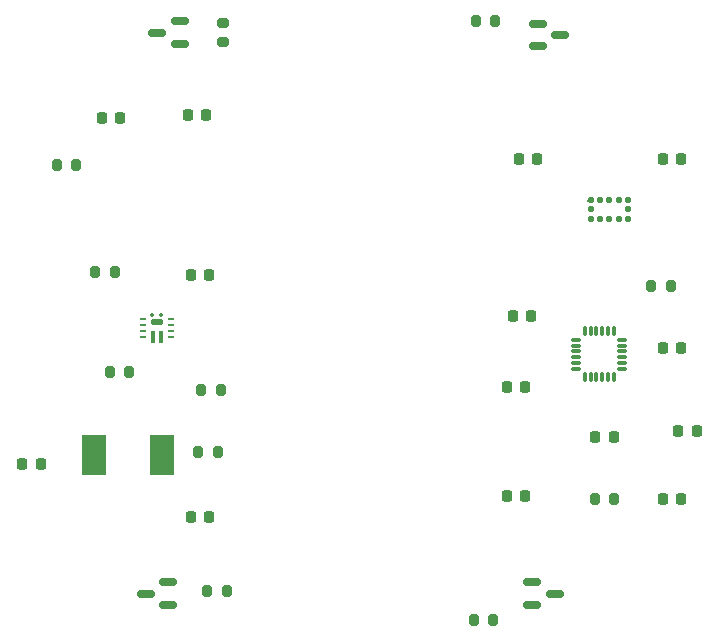
<source format=gbr>
%TF.GenerationSoftware,KiCad,Pcbnew,9.0.0*%
%TF.CreationDate,2025-10-30T20:26:06-05:00*%
%TF.ProjectId,kicad_proj1st,6b696361-645f-4707-926f-6a3173742e6b,rev?*%
%TF.SameCoordinates,Original*%
%TF.FileFunction,Paste,Top*%
%TF.FilePolarity,Positive*%
%FSLAX46Y46*%
G04 Gerber Fmt 4.6, Leading zero omitted, Abs format (unit mm)*
G04 Created by KiCad (PCBNEW 9.0.0) date 2025-10-30 20:26:06*
%MOMM*%
%LPD*%
G01*
G04 APERTURE LIST*
G04 Aperture macros list*
%AMRoundRect*
0 Rectangle with rounded corners*
0 $1 Rounding radius*
0 $2 $3 $4 $5 $6 $7 $8 $9 X,Y pos of 4 corners*
0 Add a 4 corners polygon primitive as box body*
4,1,4,$2,$3,$4,$5,$6,$7,$8,$9,$2,$3,0*
0 Add four circle primitives for the rounded corners*
1,1,$1+$1,$2,$3*
1,1,$1+$1,$4,$5*
1,1,$1+$1,$6,$7*
1,1,$1+$1,$8,$9*
0 Add four rect primitives between the rounded corners*
20,1,$1+$1,$2,$3,$4,$5,0*
20,1,$1+$1,$4,$5,$6,$7,0*
20,1,$1+$1,$6,$7,$8,$9,0*
20,1,$1+$1,$8,$9,$2,$3,0*%
G04 Aperture macros list end*
%ADD10RoundRect,0.200000X0.200000X0.275000X-0.200000X0.275000X-0.200000X-0.275000X0.200000X-0.275000X0*%
%ADD11RoundRect,0.150000X-0.587500X-0.150000X0.587500X-0.150000X0.587500X0.150000X-0.587500X0.150000X0*%
%ADD12RoundRect,0.025000X-0.100000X-0.115000X0.100000X-0.115000X0.100000X0.115000X-0.100000X0.115000X0*%
%ADD13RoundRect,0.035000X-0.140000X-0.425000X0.140000X-0.425000X0.140000X0.425000X-0.140000X0.425000X0*%
%ADD14RoundRect,0.052000X-0.448000X-0.208000X0.448000X-0.208000X0.448000X0.208000X-0.448000X0.208000X0*%
%ADD15RoundRect,0.062500X-0.212500X-0.062500X0.212500X-0.062500X0.212500X0.062500X-0.212500X0.062500X0*%
%ADD16RoundRect,0.062500X0.212500X0.062500X-0.212500X0.062500X-0.212500X-0.062500X0.212500X-0.062500X0*%
%ADD17RoundRect,0.075000X-0.350000X-0.075000X0.350000X-0.075000X0.350000X0.075000X-0.350000X0.075000X0*%
%ADD18RoundRect,0.075000X0.075000X-0.350000X0.075000X0.350000X-0.075000X0.350000X-0.075000X-0.350000X0*%
%ADD19RoundRect,0.200000X-0.200000X-0.275000X0.200000X-0.275000X0.200000X0.275000X-0.200000X0.275000X0*%
%ADD20RoundRect,0.225000X-0.225000X-0.250000X0.225000X-0.250000X0.225000X0.250000X-0.225000X0.250000X0*%
%ADD21RoundRect,0.200000X0.275000X-0.200000X0.275000X0.200000X-0.275000X0.200000X-0.275000X-0.200000X0*%
%ADD22RoundRect,0.150000X0.587500X0.150000X-0.587500X0.150000X-0.587500X-0.150000X0.587500X-0.150000X0*%
%ADD23RoundRect,0.062500X-0.127500X-0.062500X0.127500X-0.062500X0.127500X0.062500X-0.127500X0.062500X0*%
%ADD24RoundRect,0.125000X-0.125000X-0.125000X0.125000X-0.125000X0.125000X0.125000X-0.125000X0.125000X0*%
%ADD25R,2.000000X3.400000*%
G04 APERTURE END LIST*
D10*
%TO.C,R4*%
X69750000Y-91750000D03*
X68100000Y-91750000D03*
%TD*%
D11*
%TO.C,Q3*%
X95625000Y-91050000D03*
X95625000Y-92950000D03*
X97500000Y-92000000D03*
%TD*%
D10*
%TO.C,R10*%
X61500000Y-73250000D03*
X59850000Y-73250000D03*
%TD*%
D12*
%TO.C,U3*%
X63450000Y-68440000D03*
D13*
X63475000Y-70240000D03*
D14*
X63825000Y-69040000D03*
D13*
X64175000Y-70240000D03*
D12*
X64200000Y-68440000D03*
D15*
X62650000Y-68750000D03*
X62650000Y-69250000D03*
X62650000Y-69750000D03*
X62650000Y-70250000D03*
D16*
X65000000Y-70250000D03*
X65000000Y-69750000D03*
X65000000Y-69250000D03*
X65000000Y-68750000D03*
%TD*%
D17*
%TO.C,U1*%
X99350000Y-70500000D03*
X99350000Y-71000000D03*
X99350000Y-71500000D03*
X99350000Y-72000000D03*
X99350000Y-72500000D03*
X99350000Y-73000000D03*
D18*
X100050000Y-73700000D03*
X100550000Y-73700000D03*
X101050000Y-73700000D03*
X101550000Y-73700000D03*
X102050000Y-73700000D03*
X102550000Y-73700000D03*
D17*
X103250000Y-73000000D03*
X103250000Y-72500000D03*
X103250000Y-72000000D03*
X103250000Y-71500000D03*
X103250000Y-71000000D03*
X103250000Y-70500000D03*
D18*
X102550000Y-69800000D03*
X102050000Y-69800000D03*
X101550000Y-69800000D03*
X101050000Y-69800000D03*
X100550000Y-69800000D03*
X100050000Y-69800000D03*
%TD*%
D19*
%TO.C,R6*%
X100925000Y-84000000D03*
X102575000Y-84000000D03*
%TD*%
D11*
%TO.C,Q1*%
X96125000Y-43750000D03*
X96125000Y-45650000D03*
X98000000Y-44700000D03*
%TD*%
D20*
%TO.C,C6*%
X94450000Y-55250000D03*
X96000000Y-55250000D03*
%TD*%
D21*
%TO.C,R2*%
X69425000Y-45325000D03*
X69425000Y-43675000D03*
%TD*%
D19*
%TO.C,R5*%
X105675000Y-66000000D03*
X107325000Y-66000000D03*
%TD*%
%TO.C,R11*%
X55350000Y-55750000D03*
X57000000Y-55750000D03*
%TD*%
D22*
%TO.C,Q2*%
X65750000Y-45450000D03*
X65750000Y-43550000D03*
X63875000Y-44500000D03*
%TD*%
D20*
%TO.C,C14*%
X106700000Y-84000000D03*
X108250000Y-84000000D03*
%TD*%
D19*
%TO.C,R1*%
X90850000Y-43500000D03*
X92500000Y-43500000D03*
%TD*%
%TO.C,R7*%
X67350000Y-80000000D03*
X69000000Y-80000000D03*
%TD*%
D20*
%TO.C,C12*%
X59200000Y-51750000D03*
X60750000Y-51750000D03*
%TD*%
%TO.C,C7*%
X66450000Y-51500000D03*
X68000000Y-51500000D03*
%TD*%
D19*
%TO.C,R9*%
X67600000Y-74750000D03*
X69250000Y-74750000D03*
%TD*%
D22*
%TO.C,Q4*%
X64750000Y-92950000D03*
X64750000Y-91050000D03*
X62875000Y-92000000D03*
%TD*%
D20*
%TO.C,C8*%
X66700000Y-65000000D03*
X68250000Y-65000000D03*
%TD*%
%TO.C,C4*%
X93450000Y-74500000D03*
X95000000Y-74500000D03*
%TD*%
%TO.C,C5*%
X106700000Y-55250000D03*
X108250000Y-55250000D03*
%TD*%
D19*
%TO.C,R8*%
X58600000Y-64750000D03*
X60250000Y-64750000D03*
%TD*%
D20*
%TO.C,C11*%
X52450000Y-81000000D03*
X54000000Y-81000000D03*
%TD*%
%TO.C,C1*%
X100950000Y-78750000D03*
X102500000Y-78750000D03*
%TD*%
%TO.C,C10*%
X66700000Y-85500000D03*
X68250000Y-85500000D03*
%TD*%
D19*
%TO.C,R3*%
X90675000Y-94250000D03*
X92325000Y-94250000D03*
%TD*%
D20*
%TO.C,C13*%
X107975000Y-78250000D03*
X109525000Y-78250000D03*
%TD*%
%TO.C,C3*%
X93950000Y-68500000D03*
X95500000Y-68500000D03*
%TD*%
%TO.C,C2*%
X106700000Y-71250000D03*
X108250000Y-71250000D03*
%TD*%
D23*
%TO.C,U2*%
X100410000Y-58775000D03*
D24*
X100550000Y-58650000D03*
X101350000Y-58650000D03*
X102150000Y-58650000D03*
X102950000Y-58650000D03*
X103750000Y-58650000D03*
X103750000Y-59450000D03*
X103750000Y-60250000D03*
X102950000Y-60250000D03*
X102150000Y-60250000D03*
X101350000Y-60250000D03*
X100550000Y-60250000D03*
X100550000Y-59450000D03*
%TD*%
D20*
%TO.C,C9*%
X93450000Y-83750000D03*
X95000000Y-83750000D03*
%TD*%
D25*
%TO.C,L1*%
X58550000Y-80250000D03*
X64250000Y-80250000D03*
%TD*%
M02*

</source>
